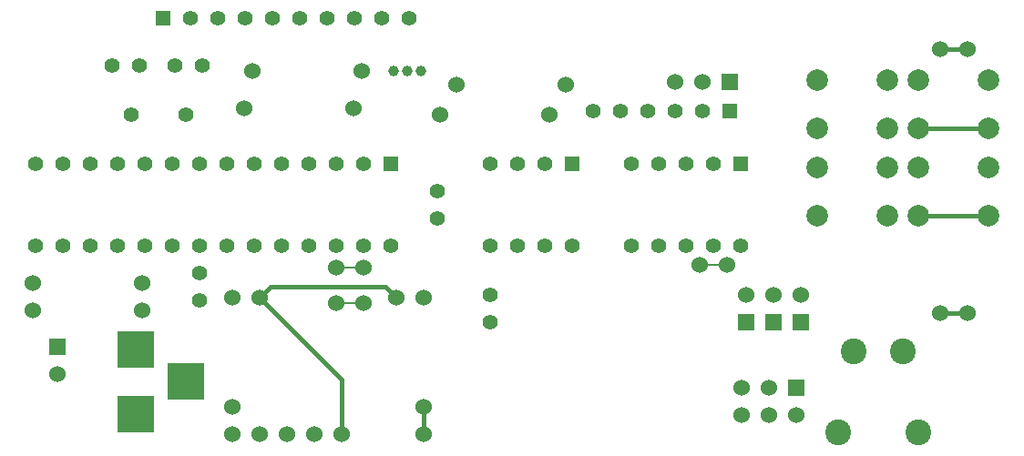
<source format=gtl>
G04 (created by PCBNEW (2013-07-07 BZR 4022)-stable) date 2014/09/12 23:22:48*
%MOIN*%
G04 Gerber Fmt 3.4, Leading zero omitted, Abs format*
%FSLAX34Y34*%
G01*
G70*
G90*
G04 APERTURE LIST*
%ADD10C,0.00590551*%
%ADD11C,0.06*%
%ADD12R,0.055X0.055*%
%ADD13C,0.055*%
%ADD14R,0.06X0.06*%
%ADD15C,0.056*%
%ADD16R,0.1378X0.1378*%
%ADD17C,0.0787402*%
%ADD18C,0.0393701*%
%ADD19C,0.0944882*%
%ADD20C,0.016*%
%ADD21C,0.008*%
G04 APERTURE END LIST*
G54D10*
G54D11*
X9827Y2867D03*
X9827Y3867D03*
X9827Y7867D03*
X10827Y2867D03*
X11827Y2867D03*
X12827Y2867D03*
X13827Y2867D03*
X16827Y2867D03*
X16827Y7867D03*
X15827Y7867D03*
X16827Y3867D03*
X10827Y7867D03*
G54D12*
X28027Y14717D03*
G54D13*
X27027Y14717D03*
X26027Y14717D03*
X25027Y14717D03*
X24027Y14717D03*
X23027Y14717D03*
G54D12*
X7311Y18110D03*
G54D13*
X8311Y18110D03*
X9311Y18110D03*
X10311Y18110D03*
X11311Y18110D03*
X12311Y18110D03*
X13311Y18110D03*
X14311Y18110D03*
X15311Y18110D03*
X16311Y18110D03*
G54D11*
X2527Y8417D03*
X6527Y8417D03*
X6527Y7417D03*
X2527Y7417D03*
X14277Y14817D03*
X10277Y14817D03*
X10577Y16167D03*
X14577Y16167D03*
X17427Y14567D03*
X21427Y14567D03*
X18027Y15667D03*
X22027Y15667D03*
G54D14*
X30477Y4567D03*
G54D11*
X30477Y3567D03*
X29477Y4567D03*
X29477Y3567D03*
X28477Y4567D03*
X28477Y3567D03*
G54D14*
X28027Y15767D03*
G54D11*
X27027Y15767D03*
X26027Y15767D03*
G54D14*
X3427Y6067D03*
G54D11*
X3427Y5067D03*
G54D14*
X30627Y6967D03*
G54D11*
X30627Y7967D03*
G54D14*
X29627Y6967D03*
G54D11*
X29627Y7967D03*
G54D14*
X28627Y6967D03*
G54D11*
X28627Y7967D03*
G54D15*
X6127Y14567D03*
X8127Y14567D03*
G54D12*
X22277Y12767D03*
G54D13*
X21277Y12767D03*
X20277Y12767D03*
X19277Y12767D03*
X19277Y9767D03*
X20277Y9767D03*
X21277Y9767D03*
X22277Y9767D03*
X14627Y12767D03*
X13627Y12767D03*
X12627Y12767D03*
X11627Y12767D03*
X10627Y12767D03*
X9627Y12767D03*
X8627Y12767D03*
X7627Y12767D03*
X6627Y12767D03*
X5627Y12767D03*
X4627Y12767D03*
X3627Y12767D03*
X2627Y12767D03*
G54D12*
X15627Y12767D03*
G54D13*
X2627Y9767D03*
X3627Y9767D03*
X4627Y9767D03*
X5627Y9767D03*
X6627Y9767D03*
X7627Y9767D03*
X8627Y9767D03*
X9627Y9767D03*
X10627Y9767D03*
X11627Y9767D03*
X12627Y9767D03*
X13627Y9767D03*
X14627Y9767D03*
X15627Y9767D03*
G54D12*
X28427Y12767D03*
G54D13*
X27427Y12767D03*
X26427Y12767D03*
X25427Y12767D03*
X24427Y12767D03*
X24427Y9767D03*
X25427Y9767D03*
X26427Y9767D03*
X27427Y9767D03*
X28427Y9767D03*
X8727Y16367D03*
X7727Y16367D03*
X5427Y16367D03*
X6427Y16367D03*
X8627Y7767D03*
X8627Y8767D03*
X19277Y6967D03*
X19277Y7967D03*
X17327Y10767D03*
X17327Y11767D03*
G54D16*
X6299Y5984D03*
X6299Y3622D03*
X8149Y4803D03*
G54D17*
X31248Y10881D03*
X31248Y12653D03*
X33807Y12653D03*
X33807Y10881D03*
X34948Y10881D03*
X34948Y12653D03*
X37507Y12653D03*
X37507Y10881D03*
X34948Y14081D03*
X34948Y15853D03*
X37507Y15853D03*
X37507Y14081D03*
X31248Y14081D03*
X31248Y15853D03*
X33807Y15853D03*
X33807Y14081D03*
G54D18*
X16227Y16167D03*
X15727Y16167D03*
X16727Y16167D03*
G54D19*
X32559Y5905D03*
X34370Y5905D03*
X32007Y2952D03*
X34921Y2952D03*
G54D11*
X35727Y16967D03*
X36727Y16967D03*
X36727Y7317D03*
X35727Y7317D03*
X13627Y7667D03*
X14627Y7667D03*
X13627Y8967D03*
X14627Y8967D03*
X27927Y9067D03*
X26927Y9067D03*
G54D20*
X16827Y3867D02*
X16827Y2867D01*
X10827Y7867D02*
X13827Y4867D01*
X13827Y4867D02*
X13827Y2867D01*
X15827Y7867D02*
X15427Y8267D01*
X11227Y8267D02*
X10827Y7867D01*
X15427Y8267D02*
X11227Y8267D01*
X35727Y16967D02*
X36727Y16967D01*
X34948Y14081D02*
X37507Y14081D01*
X34948Y10881D02*
X37507Y10881D01*
X35727Y7317D02*
X36727Y7317D01*
G54D21*
X13627Y7667D02*
X14627Y7667D01*
X13627Y8967D02*
X14627Y8967D01*
X27927Y9067D02*
X26927Y9067D01*
M02*

</source>
